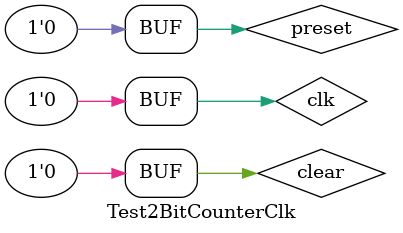
<source format=sv>
`timescale 1ns / 1ps

module Test2BitCounterClk();
    logic clk;
    logic clear;
    logic preset;
    logic [1:0] Q;
    
    TwoBitUpCounter_Clk dut(clk, clear, preset, Q);
    
    initial begin
       preset <= 0;
       clear <= 1;
       #40;
       preset <= 1;
       clear <= 0;
       #40;
       preset <= 0;
    end
    
    always begin
       clk = 1; #5;
       clk = 0; #5;
    end
endmodule
</source>
